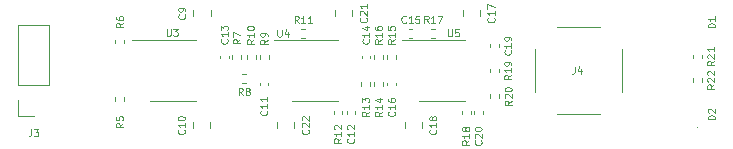
<source format=gbr>
%TF.GenerationSoftware,KiCad,Pcbnew,(5.1.8)-1*%
%TF.CreationDate,2021-10-07T20:49:06+08:00*%
%TF.ProjectId,Amplifier,416d706c-6966-4696-9572-2e6b69636164,rev?*%
%TF.SameCoordinates,Original*%
%TF.FileFunction,Legend,Top*%
%TF.FilePolarity,Positive*%
%FSLAX46Y46*%
G04 Gerber Fmt 4.6, Leading zero omitted, Abs format (unit mm)*
G04 Created by KiCad (PCBNEW (5.1.8)-1) date 2021-10-07 20:49:06*
%MOMM*%
%LPD*%
G01*
G04 APERTURE LIST*
%ADD10C,0.120000*%
%ADD11C,0.100000*%
G04 APERTURE END LIST*
D10*
%TO.C,R22*%
X129710000Y-100146359D02*
X129710000Y-100453641D01*
X130470000Y-100146359D02*
X130470000Y-100453641D01*
%TO.C,R21*%
X129710000Y-98151359D02*
X129710000Y-98458641D01*
X130470000Y-98151359D02*
X130470000Y-98458641D01*
D11*
%TO.C,D2*%
X130140000Y-104290000D02*
G75*
G03*
X130140000Y-104290000I-50000J0D01*
G01*
%TO.C,D1*%
X130140000Y-96490000D02*
G75*
G03*
X130140000Y-96490000I-50000J0D01*
G01*
%TO.C,R20*%
X112540000Y-101516359D02*
X112540000Y-101823641D01*
X113300000Y-101516359D02*
X113300000Y-101823641D01*
%TO.C,R19*%
X112520000Y-99346359D02*
X112520000Y-99653641D01*
X113280000Y-99346359D02*
X113280000Y-99653641D01*
%TO.C,R18*%
X110880000Y-103223641D02*
X110880000Y-102916359D01*
X110120000Y-103223641D02*
X110120000Y-102916359D01*
%TO.C,R17*%
X107556359Y-96740000D02*
X107863641Y-96740000D01*
X107556359Y-95980000D02*
X107863641Y-95980000D01*
%TO.C,R16*%
X103480000Y-98523641D02*
X103480000Y-98216359D01*
X102720000Y-98523641D02*
X102720000Y-98216359D01*
%TO.C,R15*%
X103820000Y-98216359D02*
X103820000Y-98523641D01*
X104580000Y-98216359D02*
X104580000Y-98523641D01*
%TO.C,R14*%
X103480000Y-100803641D02*
X103480000Y-100496359D01*
X102720000Y-100803641D02*
X102720000Y-100496359D01*
%TO.C,R13*%
X101620000Y-100496359D02*
X101620000Y-100803641D01*
X102380000Y-100496359D02*
X102380000Y-100803641D01*
%TO.C,R12*%
X100040000Y-103203641D02*
X100040000Y-102896359D01*
X99280000Y-103203641D02*
X99280000Y-102896359D01*
%TO.C,R11*%
X96556359Y-96760000D02*
X96863641Y-96760000D01*
X96556359Y-96000000D02*
X96863641Y-96000000D01*
%TO.C,R10*%
X92680000Y-98523641D02*
X92680000Y-98216359D01*
X91920000Y-98523641D02*
X91920000Y-98216359D01*
%TO.C,R9*%
X93020000Y-98216359D02*
X93020000Y-98523641D01*
X93780000Y-98216359D02*
X93780000Y-98523641D01*
%TO.C,R8*%
X91853641Y-99770000D02*
X91546359Y-99770000D01*
X91853641Y-100530000D02*
X91546359Y-100530000D01*
%TO.C,R7*%
X91480000Y-98523641D02*
X91480000Y-98216359D01*
X90720000Y-98523641D02*
X90720000Y-98216359D01*
%TO.C,R6*%
X80820000Y-96906359D02*
X80820000Y-97213641D01*
X81580000Y-96906359D02*
X81580000Y-97213641D01*
%TO.C,R5*%
X80820000Y-101746359D02*
X80820000Y-102053641D01*
X81580000Y-101746359D02*
X81580000Y-102053641D01*
%TO.C,C20*%
X111190000Y-102942164D02*
X111190000Y-103157836D01*
X111910000Y-102942164D02*
X111910000Y-103157836D01*
%TO.C,C19*%
X112540000Y-97292164D02*
X112540000Y-97507836D01*
X113260000Y-97292164D02*
X113260000Y-97507836D01*
%TO.C,C16*%
X103840000Y-100542164D02*
X103840000Y-100757836D01*
X104560000Y-100542164D02*
X104560000Y-100757836D01*
%TO.C,C15*%
X105682164Y-96720000D02*
X105897836Y-96720000D01*
X105682164Y-96000000D02*
X105897836Y-96000000D01*
%TO.C,C14*%
X101690000Y-98262164D02*
X101690000Y-98477836D01*
X102410000Y-98262164D02*
X102410000Y-98477836D01*
%TO.C,C13*%
X90400000Y-98477836D02*
X90400000Y-98262164D01*
X89680000Y-98477836D02*
X89680000Y-98262164D01*
%TO.C,C12*%
X100390000Y-102942164D02*
X100390000Y-103157836D01*
X101110000Y-102942164D02*
X101110000Y-103157836D01*
%TO.C,C11*%
X93040000Y-100542164D02*
X93040000Y-100757836D01*
X93760000Y-100542164D02*
X93760000Y-100757836D01*
%TO.C,C22*%
X94505000Y-103868748D02*
X94505000Y-104391252D01*
X95975000Y-103868748D02*
X95975000Y-104391252D01*
%TO.C,C21*%
X99415000Y-94398748D02*
X99415000Y-94921252D01*
X100885000Y-94398748D02*
X100885000Y-94921252D01*
%TO.C,C18*%
X105295000Y-103868748D02*
X105295000Y-104391252D01*
X106765000Y-103868748D02*
X106765000Y-104391252D01*
%TO.C,C17*%
X110225000Y-94398748D02*
X110225000Y-94921252D01*
X111695000Y-94398748D02*
X111695000Y-94921252D01*
%TO.C,C10*%
X88835000Y-104391252D02*
X88835000Y-103868748D01*
X87365000Y-104391252D02*
X87365000Y-103868748D01*
%TO.C,C9*%
X88885000Y-94921252D02*
X88885000Y-94398748D01*
X87415000Y-94921252D02*
X87415000Y-94398748D01*
%TO.C,U5*%
X108500000Y-96940000D02*
X105050000Y-96940000D01*
X108500000Y-96940000D02*
X110450000Y-96940000D01*
X108500000Y-102060000D02*
X106550000Y-102060000D01*
X108500000Y-102060000D02*
X110450000Y-102060000D01*
%TO.C,U4*%
X97700000Y-102060000D02*
X99650000Y-102060000D01*
X97700000Y-102060000D02*
X95750000Y-102060000D01*
X97700000Y-96940000D02*
X99650000Y-96940000D01*
X97700000Y-96940000D02*
X94250000Y-96940000D01*
%TO.C,J4*%
X116320000Y-97700000D02*
X116320000Y-101300000D01*
X123680000Y-97700000D02*
X123680000Y-101300000D01*
X118200000Y-103180000D02*
X121800000Y-103180000D01*
X118200000Y-95820000D02*
X121800000Y-95820000D01*
%TO.C,J3*%
X73900000Y-103355000D02*
X72570000Y-103355000D01*
X72570000Y-103355000D02*
X72570000Y-102025000D01*
X72570000Y-100755000D02*
X72570000Y-95615000D01*
X75230000Y-95615000D02*
X72570000Y-95615000D01*
X75230000Y-100755000D02*
X75230000Y-95615000D01*
X75230000Y-100755000D02*
X72570000Y-100755000D01*
%TO.C,U3*%
X85650000Y-96940000D02*
X82200000Y-96940000D01*
X85650000Y-96940000D02*
X87600000Y-96940000D01*
X85650000Y-102060000D02*
X83700000Y-102060000D01*
X85650000Y-102060000D02*
X87600000Y-102060000D01*
%TO.C,R22*%
X131531428Y-100685714D02*
X131245714Y-100885714D01*
X131531428Y-101028571D02*
X130931428Y-101028571D01*
X130931428Y-100800000D01*
X130960000Y-100742857D01*
X130988571Y-100714285D01*
X131045714Y-100685714D01*
X131131428Y-100685714D01*
X131188571Y-100714285D01*
X131217142Y-100742857D01*
X131245714Y-100800000D01*
X131245714Y-101028571D01*
X130988571Y-100457142D02*
X130960000Y-100428571D01*
X130931428Y-100371428D01*
X130931428Y-100228571D01*
X130960000Y-100171428D01*
X130988571Y-100142857D01*
X131045714Y-100114285D01*
X131102857Y-100114285D01*
X131188571Y-100142857D01*
X131531428Y-100485714D01*
X131531428Y-100114285D01*
X130988571Y-99885714D02*
X130960000Y-99857142D01*
X130931428Y-99800000D01*
X130931428Y-99657142D01*
X130960000Y-99600000D01*
X130988571Y-99571428D01*
X131045714Y-99542857D01*
X131102857Y-99542857D01*
X131188571Y-99571428D01*
X131531428Y-99914285D01*
X131531428Y-99542857D01*
%TO.C,R21*%
X131531428Y-98690714D02*
X131245714Y-98890714D01*
X131531428Y-99033571D02*
X130931428Y-99033571D01*
X130931428Y-98805000D01*
X130960000Y-98747857D01*
X130988571Y-98719285D01*
X131045714Y-98690714D01*
X131131428Y-98690714D01*
X131188571Y-98719285D01*
X131217142Y-98747857D01*
X131245714Y-98805000D01*
X131245714Y-99033571D01*
X130988571Y-98462142D02*
X130960000Y-98433571D01*
X130931428Y-98376428D01*
X130931428Y-98233571D01*
X130960000Y-98176428D01*
X130988571Y-98147857D01*
X131045714Y-98119285D01*
X131102857Y-98119285D01*
X131188571Y-98147857D01*
X131531428Y-98490714D01*
X131531428Y-98119285D01*
X131531428Y-97547857D02*
X131531428Y-97890714D01*
X131531428Y-97719285D02*
X130931428Y-97719285D01*
X131017142Y-97776428D01*
X131074285Y-97833571D01*
X131102857Y-97890714D01*
%TO.C,D2*%
X131571428Y-103642857D02*
X130971428Y-103642857D01*
X130971428Y-103500000D01*
X131000000Y-103414285D01*
X131057142Y-103357142D01*
X131114285Y-103328571D01*
X131228571Y-103300000D01*
X131314285Y-103300000D01*
X131428571Y-103328571D01*
X131485714Y-103357142D01*
X131542857Y-103414285D01*
X131571428Y-103500000D01*
X131571428Y-103642857D01*
X131028571Y-103071428D02*
X131000000Y-103042857D01*
X130971428Y-102985714D01*
X130971428Y-102842857D01*
X131000000Y-102785714D01*
X131028571Y-102757142D01*
X131085714Y-102728571D01*
X131142857Y-102728571D01*
X131228571Y-102757142D01*
X131571428Y-103100000D01*
X131571428Y-102728571D01*
%TO.C,D1*%
X131571428Y-95842857D02*
X130971428Y-95842857D01*
X130971428Y-95700000D01*
X131000000Y-95614285D01*
X131057142Y-95557142D01*
X131114285Y-95528571D01*
X131228571Y-95500000D01*
X131314285Y-95500000D01*
X131428571Y-95528571D01*
X131485714Y-95557142D01*
X131542857Y-95614285D01*
X131571428Y-95700000D01*
X131571428Y-95842857D01*
X131571428Y-94928571D02*
X131571428Y-95271428D01*
X131571428Y-95100000D02*
X130971428Y-95100000D01*
X131057142Y-95157142D01*
X131114285Y-95214285D01*
X131142857Y-95271428D01*
%TO.C,R20*%
X114361428Y-102055714D02*
X114075714Y-102255714D01*
X114361428Y-102398571D02*
X113761428Y-102398571D01*
X113761428Y-102170000D01*
X113790000Y-102112857D01*
X113818571Y-102084285D01*
X113875714Y-102055714D01*
X113961428Y-102055714D01*
X114018571Y-102084285D01*
X114047142Y-102112857D01*
X114075714Y-102170000D01*
X114075714Y-102398571D01*
X113818571Y-101827142D02*
X113790000Y-101798571D01*
X113761428Y-101741428D01*
X113761428Y-101598571D01*
X113790000Y-101541428D01*
X113818571Y-101512857D01*
X113875714Y-101484285D01*
X113932857Y-101484285D01*
X114018571Y-101512857D01*
X114361428Y-101855714D01*
X114361428Y-101484285D01*
X113761428Y-101112857D02*
X113761428Y-101055714D01*
X113790000Y-100998571D01*
X113818571Y-100970000D01*
X113875714Y-100941428D01*
X113990000Y-100912857D01*
X114132857Y-100912857D01*
X114247142Y-100941428D01*
X114304285Y-100970000D01*
X114332857Y-100998571D01*
X114361428Y-101055714D01*
X114361428Y-101112857D01*
X114332857Y-101170000D01*
X114304285Y-101198571D01*
X114247142Y-101227142D01*
X114132857Y-101255714D01*
X113990000Y-101255714D01*
X113875714Y-101227142D01*
X113818571Y-101198571D01*
X113790000Y-101170000D01*
X113761428Y-101112857D01*
%TO.C,R19*%
X114341428Y-99885714D02*
X114055714Y-100085714D01*
X114341428Y-100228571D02*
X113741428Y-100228571D01*
X113741428Y-100000000D01*
X113770000Y-99942857D01*
X113798571Y-99914285D01*
X113855714Y-99885714D01*
X113941428Y-99885714D01*
X113998571Y-99914285D01*
X114027142Y-99942857D01*
X114055714Y-100000000D01*
X114055714Y-100228571D01*
X114341428Y-99314285D02*
X114341428Y-99657142D01*
X114341428Y-99485714D02*
X113741428Y-99485714D01*
X113827142Y-99542857D01*
X113884285Y-99600000D01*
X113912857Y-99657142D01*
X114341428Y-99028571D02*
X114341428Y-98914285D01*
X114312857Y-98857142D01*
X114284285Y-98828571D01*
X114198571Y-98771428D01*
X114084285Y-98742857D01*
X113855714Y-98742857D01*
X113798571Y-98771428D01*
X113770000Y-98800000D01*
X113741428Y-98857142D01*
X113741428Y-98971428D01*
X113770000Y-99028571D01*
X113798571Y-99057142D01*
X113855714Y-99085714D01*
X113998571Y-99085714D01*
X114055714Y-99057142D01*
X114084285Y-99028571D01*
X114112857Y-98971428D01*
X114112857Y-98857142D01*
X114084285Y-98800000D01*
X114055714Y-98771428D01*
X113998571Y-98742857D01*
%TO.C,R18*%
X110771428Y-105425714D02*
X110485714Y-105625714D01*
X110771428Y-105768571D02*
X110171428Y-105768571D01*
X110171428Y-105540000D01*
X110200000Y-105482857D01*
X110228571Y-105454285D01*
X110285714Y-105425714D01*
X110371428Y-105425714D01*
X110428571Y-105454285D01*
X110457142Y-105482857D01*
X110485714Y-105540000D01*
X110485714Y-105768571D01*
X110771428Y-104854285D02*
X110771428Y-105197142D01*
X110771428Y-105025714D02*
X110171428Y-105025714D01*
X110257142Y-105082857D01*
X110314285Y-105140000D01*
X110342857Y-105197142D01*
X110428571Y-104511428D02*
X110400000Y-104568571D01*
X110371428Y-104597142D01*
X110314285Y-104625714D01*
X110285714Y-104625714D01*
X110228571Y-104597142D01*
X110200000Y-104568571D01*
X110171428Y-104511428D01*
X110171428Y-104397142D01*
X110200000Y-104340000D01*
X110228571Y-104311428D01*
X110285714Y-104282857D01*
X110314285Y-104282857D01*
X110371428Y-104311428D01*
X110400000Y-104340000D01*
X110428571Y-104397142D01*
X110428571Y-104511428D01*
X110457142Y-104568571D01*
X110485714Y-104597142D01*
X110542857Y-104625714D01*
X110657142Y-104625714D01*
X110714285Y-104597142D01*
X110742857Y-104568571D01*
X110771428Y-104511428D01*
X110771428Y-104397142D01*
X110742857Y-104340000D01*
X110714285Y-104311428D01*
X110657142Y-104282857D01*
X110542857Y-104282857D01*
X110485714Y-104311428D01*
X110457142Y-104340000D01*
X110428571Y-104397142D01*
%TO.C,R17*%
X107324285Y-95461428D02*
X107124285Y-95175714D01*
X106981428Y-95461428D02*
X106981428Y-94861428D01*
X107210000Y-94861428D01*
X107267142Y-94890000D01*
X107295714Y-94918571D01*
X107324285Y-94975714D01*
X107324285Y-95061428D01*
X107295714Y-95118571D01*
X107267142Y-95147142D01*
X107210000Y-95175714D01*
X106981428Y-95175714D01*
X107895714Y-95461428D02*
X107552857Y-95461428D01*
X107724285Y-95461428D02*
X107724285Y-94861428D01*
X107667142Y-94947142D01*
X107610000Y-95004285D01*
X107552857Y-95032857D01*
X108095714Y-94861428D02*
X108495714Y-94861428D01*
X108238571Y-95461428D01*
%TO.C,R16*%
X103371428Y-96875714D02*
X103085714Y-97075714D01*
X103371428Y-97218571D02*
X102771428Y-97218571D01*
X102771428Y-96990000D01*
X102800000Y-96932857D01*
X102828571Y-96904285D01*
X102885714Y-96875714D01*
X102971428Y-96875714D01*
X103028571Y-96904285D01*
X103057142Y-96932857D01*
X103085714Y-96990000D01*
X103085714Y-97218571D01*
X103371428Y-96304285D02*
X103371428Y-96647142D01*
X103371428Y-96475714D02*
X102771428Y-96475714D01*
X102857142Y-96532857D01*
X102914285Y-96590000D01*
X102942857Y-96647142D01*
X102771428Y-95790000D02*
X102771428Y-95904285D01*
X102800000Y-95961428D01*
X102828571Y-95990000D01*
X102914285Y-96047142D01*
X103028571Y-96075714D01*
X103257142Y-96075714D01*
X103314285Y-96047142D01*
X103342857Y-96018571D01*
X103371428Y-95961428D01*
X103371428Y-95847142D01*
X103342857Y-95790000D01*
X103314285Y-95761428D01*
X103257142Y-95732857D01*
X103114285Y-95732857D01*
X103057142Y-95761428D01*
X103028571Y-95790000D01*
X103000000Y-95847142D01*
X103000000Y-95961428D01*
X103028571Y-96018571D01*
X103057142Y-96047142D01*
X103114285Y-96075714D01*
%TO.C,R15*%
X104471428Y-96875714D02*
X104185714Y-97075714D01*
X104471428Y-97218571D02*
X103871428Y-97218571D01*
X103871428Y-96990000D01*
X103900000Y-96932857D01*
X103928571Y-96904285D01*
X103985714Y-96875714D01*
X104071428Y-96875714D01*
X104128571Y-96904285D01*
X104157142Y-96932857D01*
X104185714Y-96990000D01*
X104185714Y-97218571D01*
X104471428Y-96304285D02*
X104471428Y-96647142D01*
X104471428Y-96475714D02*
X103871428Y-96475714D01*
X103957142Y-96532857D01*
X104014285Y-96590000D01*
X104042857Y-96647142D01*
X103871428Y-95761428D02*
X103871428Y-96047142D01*
X104157142Y-96075714D01*
X104128571Y-96047142D01*
X104100000Y-95990000D01*
X104100000Y-95847142D01*
X104128571Y-95790000D01*
X104157142Y-95761428D01*
X104214285Y-95732857D01*
X104357142Y-95732857D01*
X104414285Y-95761428D01*
X104442857Y-95790000D01*
X104471428Y-95847142D01*
X104471428Y-95990000D01*
X104442857Y-96047142D01*
X104414285Y-96075714D01*
%TO.C,R14*%
X103391428Y-102975714D02*
X103105714Y-103175714D01*
X103391428Y-103318571D02*
X102791428Y-103318571D01*
X102791428Y-103090000D01*
X102820000Y-103032857D01*
X102848571Y-103004285D01*
X102905714Y-102975714D01*
X102991428Y-102975714D01*
X103048571Y-103004285D01*
X103077142Y-103032857D01*
X103105714Y-103090000D01*
X103105714Y-103318571D01*
X103391428Y-102404285D02*
X103391428Y-102747142D01*
X103391428Y-102575714D02*
X102791428Y-102575714D01*
X102877142Y-102632857D01*
X102934285Y-102690000D01*
X102962857Y-102747142D01*
X102991428Y-101890000D02*
X103391428Y-101890000D01*
X102762857Y-102032857D02*
X103191428Y-102175714D01*
X103191428Y-101804285D01*
%TO.C,R13*%
X102281428Y-102975714D02*
X101995714Y-103175714D01*
X102281428Y-103318571D02*
X101681428Y-103318571D01*
X101681428Y-103090000D01*
X101710000Y-103032857D01*
X101738571Y-103004285D01*
X101795714Y-102975714D01*
X101881428Y-102975714D01*
X101938571Y-103004285D01*
X101967142Y-103032857D01*
X101995714Y-103090000D01*
X101995714Y-103318571D01*
X102281428Y-102404285D02*
X102281428Y-102747142D01*
X102281428Y-102575714D02*
X101681428Y-102575714D01*
X101767142Y-102632857D01*
X101824285Y-102690000D01*
X101852857Y-102747142D01*
X101681428Y-102204285D02*
X101681428Y-101832857D01*
X101910000Y-102032857D01*
X101910000Y-101947142D01*
X101938571Y-101890000D01*
X101967142Y-101861428D01*
X102024285Y-101832857D01*
X102167142Y-101832857D01*
X102224285Y-101861428D01*
X102252857Y-101890000D01*
X102281428Y-101947142D01*
X102281428Y-102118571D01*
X102252857Y-102175714D01*
X102224285Y-102204285D01*
%TO.C,R12*%
X99931428Y-105255714D02*
X99645714Y-105455714D01*
X99931428Y-105598571D02*
X99331428Y-105598571D01*
X99331428Y-105370000D01*
X99360000Y-105312857D01*
X99388571Y-105284285D01*
X99445714Y-105255714D01*
X99531428Y-105255714D01*
X99588571Y-105284285D01*
X99617142Y-105312857D01*
X99645714Y-105370000D01*
X99645714Y-105598571D01*
X99931428Y-104684285D02*
X99931428Y-105027142D01*
X99931428Y-104855714D02*
X99331428Y-104855714D01*
X99417142Y-104912857D01*
X99474285Y-104970000D01*
X99502857Y-105027142D01*
X99388571Y-104455714D02*
X99360000Y-104427142D01*
X99331428Y-104370000D01*
X99331428Y-104227142D01*
X99360000Y-104170000D01*
X99388571Y-104141428D01*
X99445714Y-104112857D01*
X99502857Y-104112857D01*
X99588571Y-104141428D01*
X99931428Y-104484285D01*
X99931428Y-104112857D01*
%TO.C,R11*%
X96324285Y-95481428D02*
X96124285Y-95195714D01*
X95981428Y-95481428D02*
X95981428Y-94881428D01*
X96210000Y-94881428D01*
X96267142Y-94910000D01*
X96295714Y-94938571D01*
X96324285Y-94995714D01*
X96324285Y-95081428D01*
X96295714Y-95138571D01*
X96267142Y-95167142D01*
X96210000Y-95195714D01*
X95981428Y-95195714D01*
X96895714Y-95481428D02*
X96552857Y-95481428D01*
X96724285Y-95481428D02*
X96724285Y-94881428D01*
X96667142Y-94967142D01*
X96610000Y-95024285D01*
X96552857Y-95052857D01*
X97467142Y-95481428D02*
X97124285Y-95481428D01*
X97295714Y-95481428D02*
X97295714Y-94881428D01*
X97238571Y-94967142D01*
X97181428Y-95024285D01*
X97124285Y-95052857D01*
%TO.C,R10*%
X92561428Y-96875714D02*
X92275714Y-97075714D01*
X92561428Y-97218571D02*
X91961428Y-97218571D01*
X91961428Y-96990000D01*
X91990000Y-96932857D01*
X92018571Y-96904285D01*
X92075714Y-96875714D01*
X92161428Y-96875714D01*
X92218571Y-96904285D01*
X92247142Y-96932857D01*
X92275714Y-96990000D01*
X92275714Y-97218571D01*
X92561428Y-96304285D02*
X92561428Y-96647142D01*
X92561428Y-96475714D02*
X91961428Y-96475714D01*
X92047142Y-96532857D01*
X92104285Y-96590000D01*
X92132857Y-96647142D01*
X91961428Y-95932857D02*
X91961428Y-95875714D01*
X91990000Y-95818571D01*
X92018571Y-95790000D01*
X92075714Y-95761428D01*
X92190000Y-95732857D01*
X92332857Y-95732857D01*
X92447142Y-95761428D01*
X92504285Y-95790000D01*
X92532857Y-95818571D01*
X92561428Y-95875714D01*
X92561428Y-95932857D01*
X92532857Y-95990000D01*
X92504285Y-96018571D01*
X92447142Y-96047142D01*
X92332857Y-96075714D01*
X92190000Y-96075714D01*
X92075714Y-96047142D01*
X92018571Y-96018571D01*
X91990000Y-95990000D01*
X91961428Y-95932857D01*
%TO.C,R9*%
X93691428Y-96880000D02*
X93405714Y-97080000D01*
X93691428Y-97222857D02*
X93091428Y-97222857D01*
X93091428Y-96994285D01*
X93120000Y-96937142D01*
X93148571Y-96908571D01*
X93205714Y-96880000D01*
X93291428Y-96880000D01*
X93348571Y-96908571D01*
X93377142Y-96937142D01*
X93405714Y-96994285D01*
X93405714Y-97222857D01*
X93691428Y-96594285D02*
X93691428Y-96480000D01*
X93662857Y-96422857D01*
X93634285Y-96394285D01*
X93548571Y-96337142D01*
X93434285Y-96308571D01*
X93205714Y-96308571D01*
X93148571Y-96337142D01*
X93120000Y-96365714D01*
X93091428Y-96422857D01*
X93091428Y-96537142D01*
X93120000Y-96594285D01*
X93148571Y-96622857D01*
X93205714Y-96651428D01*
X93348571Y-96651428D01*
X93405714Y-96622857D01*
X93434285Y-96594285D01*
X93462857Y-96537142D01*
X93462857Y-96422857D01*
X93434285Y-96365714D01*
X93405714Y-96337142D01*
X93348571Y-96308571D01*
%TO.C,R8*%
X91600000Y-101591428D02*
X91400000Y-101305714D01*
X91257142Y-101591428D02*
X91257142Y-100991428D01*
X91485714Y-100991428D01*
X91542857Y-101020000D01*
X91571428Y-101048571D01*
X91600000Y-101105714D01*
X91600000Y-101191428D01*
X91571428Y-101248571D01*
X91542857Y-101277142D01*
X91485714Y-101305714D01*
X91257142Y-101305714D01*
X91942857Y-101248571D02*
X91885714Y-101220000D01*
X91857142Y-101191428D01*
X91828571Y-101134285D01*
X91828571Y-101105714D01*
X91857142Y-101048571D01*
X91885714Y-101020000D01*
X91942857Y-100991428D01*
X92057142Y-100991428D01*
X92114285Y-101020000D01*
X92142857Y-101048571D01*
X92171428Y-101105714D01*
X92171428Y-101134285D01*
X92142857Y-101191428D01*
X92114285Y-101220000D01*
X92057142Y-101248571D01*
X91942857Y-101248571D01*
X91885714Y-101277142D01*
X91857142Y-101305714D01*
X91828571Y-101362857D01*
X91828571Y-101477142D01*
X91857142Y-101534285D01*
X91885714Y-101562857D01*
X91942857Y-101591428D01*
X92057142Y-101591428D01*
X92114285Y-101562857D01*
X92142857Y-101534285D01*
X92171428Y-101477142D01*
X92171428Y-101362857D01*
X92142857Y-101305714D01*
X92114285Y-101277142D01*
X92057142Y-101248571D01*
%TO.C,R7*%
X91381428Y-96850000D02*
X91095714Y-97050000D01*
X91381428Y-97192857D02*
X90781428Y-97192857D01*
X90781428Y-96964285D01*
X90810000Y-96907142D01*
X90838571Y-96878571D01*
X90895714Y-96850000D01*
X90981428Y-96850000D01*
X91038571Y-96878571D01*
X91067142Y-96907142D01*
X91095714Y-96964285D01*
X91095714Y-97192857D01*
X90781428Y-96650000D02*
X90781428Y-96250000D01*
X91381428Y-96507142D01*
%TO.C,R6*%
X81471428Y-95490000D02*
X81185714Y-95690000D01*
X81471428Y-95832857D02*
X80871428Y-95832857D01*
X80871428Y-95604285D01*
X80900000Y-95547142D01*
X80928571Y-95518571D01*
X80985714Y-95490000D01*
X81071428Y-95490000D01*
X81128571Y-95518571D01*
X81157142Y-95547142D01*
X81185714Y-95604285D01*
X81185714Y-95832857D01*
X80871428Y-94975714D02*
X80871428Y-95090000D01*
X80900000Y-95147142D01*
X80928571Y-95175714D01*
X81014285Y-95232857D01*
X81128571Y-95261428D01*
X81357142Y-95261428D01*
X81414285Y-95232857D01*
X81442857Y-95204285D01*
X81471428Y-95147142D01*
X81471428Y-95032857D01*
X81442857Y-94975714D01*
X81414285Y-94947142D01*
X81357142Y-94918571D01*
X81214285Y-94918571D01*
X81157142Y-94947142D01*
X81128571Y-94975714D01*
X81100000Y-95032857D01*
X81100000Y-95147142D01*
X81128571Y-95204285D01*
X81157142Y-95232857D01*
X81214285Y-95261428D01*
%TO.C,R5*%
X81451428Y-103960000D02*
X81165714Y-104160000D01*
X81451428Y-104302857D02*
X80851428Y-104302857D01*
X80851428Y-104074285D01*
X80880000Y-104017142D01*
X80908571Y-103988571D01*
X80965714Y-103960000D01*
X81051428Y-103960000D01*
X81108571Y-103988571D01*
X81137142Y-104017142D01*
X81165714Y-104074285D01*
X81165714Y-104302857D01*
X80851428Y-103417142D02*
X80851428Y-103702857D01*
X81137142Y-103731428D01*
X81108571Y-103702857D01*
X81080000Y-103645714D01*
X81080000Y-103502857D01*
X81108571Y-103445714D01*
X81137142Y-103417142D01*
X81194285Y-103388571D01*
X81337142Y-103388571D01*
X81394285Y-103417142D01*
X81422857Y-103445714D01*
X81451428Y-103502857D01*
X81451428Y-103645714D01*
X81422857Y-103702857D01*
X81394285Y-103731428D01*
%TO.C,C20*%
X111764285Y-105425714D02*
X111792857Y-105454285D01*
X111821428Y-105540000D01*
X111821428Y-105597142D01*
X111792857Y-105682857D01*
X111735714Y-105740000D01*
X111678571Y-105768571D01*
X111564285Y-105797142D01*
X111478571Y-105797142D01*
X111364285Y-105768571D01*
X111307142Y-105740000D01*
X111250000Y-105682857D01*
X111221428Y-105597142D01*
X111221428Y-105540000D01*
X111250000Y-105454285D01*
X111278571Y-105425714D01*
X111278571Y-105197142D02*
X111250000Y-105168571D01*
X111221428Y-105111428D01*
X111221428Y-104968571D01*
X111250000Y-104911428D01*
X111278571Y-104882857D01*
X111335714Y-104854285D01*
X111392857Y-104854285D01*
X111478571Y-104882857D01*
X111821428Y-105225714D01*
X111821428Y-104854285D01*
X111221428Y-104482857D02*
X111221428Y-104425714D01*
X111250000Y-104368571D01*
X111278571Y-104340000D01*
X111335714Y-104311428D01*
X111450000Y-104282857D01*
X111592857Y-104282857D01*
X111707142Y-104311428D01*
X111764285Y-104340000D01*
X111792857Y-104368571D01*
X111821428Y-104425714D01*
X111821428Y-104482857D01*
X111792857Y-104540000D01*
X111764285Y-104568571D01*
X111707142Y-104597142D01*
X111592857Y-104625714D01*
X111450000Y-104625714D01*
X111335714Y-104597142D01*
X111278571Y-104568571D01*
X111250000Y-104540000D01*
X111221428Y-104482857D01*
%TO.C,C19*%
X114274285Y-97785714D02*
X114302857Y-97814285D01*
X114331428Y-97900000D01*
X114331428Y-97957142D01*
X114302857Y-98042857D01*
X114245714Y-98100000D01*
X114188571Y-98128571D01*
X114074285Y-98157142D01*
X113988571Y-98157142D01*
X113874285Y-98128571D01*
X113817142Y-98100000D01*
X113760000Y-98042857D01*
X113731428Y-97957142D01*
X113731428Y-97900000D01*
X113760000Y-97814285D01*
X113788571Y-97785714D01*
X114331428Y-97214285D02*
X114331428Y-97557142D01*
X114331428Y-97385714D02*
X113731428Y-97385714D01*
X113817142Y-97442857D01*
X113874285Y-97500000D01*
X113902857Y-97557142D01*
X114331428Y-96928571D02*
X114331428Y-96814285D01*
X114302857Y-96757142D01*
X114274285Y-96728571D01*
X114188571Y-96671428D01*
X114074285Y-96642857D01*
X113845714Y-96642857D01*
X113788571Y-96671428D01*
X113760000Y-96700000D01*
X113731428Y-96757142D01*
X113731428Y-96871428D01*
X113760000Y-96928571D01*
X113788571Y-96957142D01*
X113845714Y-96985714D01*
X113988571Y-96985714D01*
X114045714Y-96957142D01*
X114074285Y-96928571D01*
X114102857Y-96871428D01*
X114102857Y-96757142D01*
X114074285Y-96700000D01*
X114045714Y-96671428D01*
X113988571Y-96642857D01*
%TO.C,C16*%
X104424285Y-102975714D02*
X104452857Y-103004285D01*
X104481428Y-103090000D01*
X104481428Y-103147142D01*
X104452857Y-103232857D01*
X104395714Y-103290000D01*
X104338571Y-103318571D01*
X104224285Y-103347142D01*
X104138571Y-103347142D01*
X104024285Y-103318571D01*
X103967142Y-103290000D01*
X103910000Y-103232857D01*
X103881428Y-103147142D01*
X103881428Y-103090000D01*
X103910000Y-103004285D01*
X103938571Y-102975714D01*
X104481428Y-102404285D02*
X104481428Y-102747142D01*
X104481428Y-102575714D02*
X103881428Y-102575714D01*
X103967142Y-102632857D01*
X104024285Y-102690000D01*
X104052857Y-102747142D01*
X103881428Y-101890000D02*
X103881428Y-102004285D01*
X103910000Y-102061428D01*
X103938571Y-102090000D01*
X104024285Y-102147142D01*
X104138571Y-102175714D01*
X104367142Y-102175714D01*
X104424285Y-102147142D01*
X104452857Y-102118571D01*
X104481428Y-102061428D01*
X104481428Y-101947142D01*
X104452857Y-101890000D01*
X104424285Y-101861428D01*
X104367142Y-101832857D01*
X104224285Y-101832857D01*
X104167142Y-101861428D01*
X104138571Y-101890000D01*
X104110000Y-101947142D01*
X104110000Y-102061428D01*
X104138571Y-102118571D01*
X104167142Y-102147142D01*
X104224285Y-102175714D01*
%TO.C,C15*%
X105404285Y-95414285D02*
X105375714Y-95442857D01*
X105290000Y-95471428D01*
X105232857Y-95471428D01*
X105147142Y-95442857D01*
X105090000Y-95385714D01*
X105061428Y-95328571D01*
X105032857Y-95214285D01*
X105032857Y-95128571D01*
X105061428Y-95014285D01*
X105090000Y-94957142D01*
X105147142Y-94900000D01*
X105232857Y-94871428D01*
X105290000Y-94871428D01*
X105375714Y-94900000D01*
X105404285Y-94928571D01*
X105975714Y-95471428D02*
X105632857Y-95471428D01*
X105804285Y-95471428D02*
X105804285Y-94871428D01*
X105747142Y-94957142D01*
X105690000Y-95014285D01*
X105632857Y-95042857D01*
X106518571Y-94871428D02*
X106232857Y-94871428D01*
X106204285Y-95157142D01*
X106232857Y-95128571D01*
X106290000Y-95100000D01*
X106432857Y-95100000D01*
X106490000Y-95128571D01*
X106518571Y-95157142D01*
X106547142Y-95214285D01*
X106547142Y-95357142D01*
X106518571Y-95414285D01*
X106490000Y-95442857D01*
X106432857Y-95471428D01*
X106290000Y-95471428D01*
X106232857Y-95442857D01*
X106204285Y-95414285D01*
%TO.C,C14*%
X102264285Y-96865714D02*
X102292857Y-96894285D01*
X102321428Y-96980000D01*
X102321428Y-97037142D01*
X102292857Y-97122857D01*
X102235714Y-97180000D01*
X102178571Y-97208571D01*
X102064285Y-97237142D01*
X101978571Y-97237142D01*
X101864285Y-97208571D01*
X101807142Y-97180000D01*
X101750000Y-97122857D01*
X101721428Y-97037142D01*
X101721428Y-96980000D01*
X101750000Y-96894285D01*
X101778571Y-96865714D01*
X102321428Y-96294285D02*
X102321428Y-96637142D01*
X102321428Y-96465714D02*
X101721428Y-96465714D01*
X101807142Y-96522857D01*
X101864285Y-96580000D01*
X101892857Y-96637142D01*
X101921428Y-95780000D02*
X102321428Y-95780000D01*
X101692857Y-95922857D02*
X102121428Y-96065714D01*
X102121428Y-95694285D01*
%TO.C,C13*%
X90274285Y-96845714D02*
X90302857Y-96874285D01*
X90331428Y-96960000D01*
X90331428Y-97017142D01*
X90302857Y-97102857D01*
X90245714Y-97160000D01*
X90188571Y-97188571D01*
X90074285Y-97217142D01*
X89988571Y-97217142D01*
X89874285Y-97188571D01*
X89817142Y-97160000D01*
X89760000Y-97102857D01*
X89731428Y-97017142D01*
X89731428Y-96960000D01*
X89760000Y-96874285D01*
X89788571Y-96845714D01*
X90331428Y-96274285D02*
X90331428Y-96617142D01*
X90331428Y-96445714D02*
X89731428Y-96445714D01*
X89817142Y-96502857D01*
X89874285Y-96560000D01*
X89902857Y-96617142D01*
X89731428Y-96074285D02*
X89731428Y-95702857D01*
X89960000Y-95902857D01*
X89960000Y-95817142D01*
X89988571Y-95760000D01*
X90017142Y-95731428D01*
X90074285Y-95702857D01*
X90217142Y-95702857D01*
X90274285Y-95731428D01*
X90302857Y-95760000D01*
X90331428Y-95817142D01*
X90331428Y-95988571D01*
X90302857Y-96045714D01*
X90274285Y-96074285D01*
%TO.C,C12*%
X100974285Y-105265714D02*
X101002857Y-105294285D01*
X101031428Y-105380000D01*
X101031428Y-105437142D01*
X101002857Y-105522857D01*
X100945714Y-105580000D01*
X100888571Y-105608571D01*
X100774285Y-105637142D01*
X100688571Y-105637142D01*
X100574285Y-105608571D01*
X100517142Y-105580000D01*
X100460000Y-105522857D01*
X100431428Y-105437142D01*
X100431428Y-105380000D01*
X100460000Y-105294285D01*
X100488571Y-105265714D01*
X101031428Y-104694285D02*
X101031428Y-105037142D01*
X101031428Y-104865714D02*
X100431428Y-104865714D01*
X100517142Y-104922857D01*
X100574285Y-104980000D01*
X100602857Y-105037142D01*
X100488571Y-104465714D02*
X100460000Y-104437142D01*
X100431428Y-104380000D01*
X100431428Y-104237142D01*
X100460000Y-104180000D01*
X100488571Y-104151428D01*
X100545714Y-104122857D01*
X100602857Y-104122857D01*
X100688571Y-104151428D01*
X101031428Y-104494285D01*
X101031428Y-104122857D01*
%TO.C,C11*%
X93614285Y-102905714D02*
X93642857Y-102934285D01*
X93671428Y-103020000D01*
X93671428Y-103077142D01*
X93642857Y-103162857D01*
X93585714Y-103220000D01*
X93528571Y-103248571D01*
X93414285Y-103277142D01*
X93328571Y-103277142D01*
X93214285Y-103248571D01*
X93157142Y-103220000D01*
X93100000Y-103162857D01*
X93071428Y-103077142D01*
X93071428Y-103020000D01*
X93100000Y-102934285D01*
X93128571Y-102905714D01*
X93671428Y-102334285D02*
X93671428Y-102677142D01*
X93671428Y-102505714D02*
X93071428Y-102505714D01*
X93157142Y-102562857D01*
X93214285Y-102620000D01*
X93242857Y-102677142D01*
X93671428Y-101762857D02*
X93671428Y-102105714D01*
X93671428Y-101934285D02*
X93071428Y-101934285D01*
X93157142Y-101991428D01*
X93214285Y-102048571D01*
X93242857Y-102105714D01*
%TO.C,C22*%
X97134285Y-104515714D02*
X97162857Y-104544285D01*
X97191428Y-104630000D01*
X97191428Y-104687142D01*
X97162857Y-104772857D01*
X97105714Y-104830000D01*
X97048571Y-104858571D01*
X96934285Y-104887142D01*
X96848571Y-104887142D01*
X96734285Y-104858571D01*
X96677142Y-104830000D01*
X96620000Y-104772857D01*
X96591428Y-104687142D01*
X96591428Y-104630000D01*
X96620000Y-104544285D01*
X96648571Y-104515714D01*
X96648571Y-104287142D02*
X96620000Y-104258571D01*
X96591428Y-104201428D01*
X96591428Y-104058571D01*
X96620000Y-104001428D01*
X96648571Y-103972857D01*
X96705714Y-103944285D01*
X96762857Y-103944285D01*
X96848571Y-103972857D01*
X97191428Y-104315714D01*
X97191428Y-103944285D01*
X96648571Y-103715714D02*
X96620000Y-103687142D01*
X96591428Y-103630000D01*
X96591428Y-103487142D01*
X96620000Y-103430000D01*
X96648571Y-103401428D01*
X96705714Y-103372857D01*
X96762857Y-103372857D01*
X96848571Y-103401428D01*
X97191428Y-103744285D01*
X97191428Y-103372857D01*
%TO.C,C21*%
X102044285Y-95045714D02*
X102072857Y-95074285D01*
X102101428Y-95160000D01*
X102101428Y-95217142D01*
X102072857Y-95302857D01*
X102015714Y-95360000D01*
X101958571Y-95388571D01*
X101844285Y-95417142D01*
X101758571Y-95417142D01*
X101644285Y-95388571D01*
X101587142Y-95360000D01*
X101530000Y-95302857D01*
X101501428Y-95217142D01*
X101501428Y-95160000D01*
X101530000Y-95074285D01*
X101558571Y-95045714D01*
X101558571Y-94817142D02*
X101530000Y-94788571D01*
X101501428Y-94731428D01*
X101501428Y-94588571D01*
X101530000Y-94531428D01*
X101558571Y-94502857D01*
X101615714Y-94474285D01*
X101672857Y-94474285D01*
X101758571Y-94502857D01*
X102101428Y-94845714D01*
X102101428Y-94474285D01*
X102101428Y-93902857D02*
X102101428Y-94245714D01*
X102101428Y-94074285D02*
X101501428Y-94074285D01*
X101587142Y-94131428D01*
X101644285Y-94188571D01*
X101672857Y-94245714D01*
%TO.C,C18*%
X107924285Y-104515714D02*
X107952857Y-104544285D01*
X107981428Y-104630000D01*
X107981428Y-104687142D01*
X107952857Y-104772857D01*
X107895714Y-104830000D01*
X107838571Y-104858571D01*
X107724285Y-104887142D01*
X107638571Y-104887142D01*
X107524285Y-104858571D01*
X107467142Y-104830000D01*
X107410000Y-104772857D01*
X107381428Y-104687142D01*
X107381428Y-104630000D01*
X107410000Y-104544285D01*
X107438571Y-104515714D01*
X107981428Y-103944285D02*
X107981428Y-104287142D01*
X107981428Y-104115714D02*
X107381428Y-104115714D01*
X107467142Y-104172857D01*
X107524285Y-104230000D01*
X107552857Y-104287142D01*
X107638571Y-103601428D02*
X107610000Y-103658571D01*
X107581428Y-103687142D01*
X107524285Y-103715714D01*
X107495714Y-103715714D01*
X107438571Y-103687142D01*
X107410000Y-103658571D01*
X107381428Y-103601428D01*
X107381428Y-103487142D01*
X107410000Y-103430000D01*
X107438571Y-103401428D01*
X107495714Y-103372857D01*
X107524285Y-103372857D01*
X107581428Y-103401428D01*
X107610000Y-103430000D01*
X107638571Y-103487142D01*
X107638571Y-103601428D01*
X107667142Y-103658571D01*
X107695714Y-103687142D01*
X107752857Y-103715714D01*
X107867142Y-103715714D01*
X107924285Y-103687142D01*
X107952857Y-103658571D01*
X107981428Y-103601428D01*
X107981428Y-103487142D01*
X107952857Y-103430000D01*
X107924285Y-103401428D01*
X107867142Y-103372857D01*
X107752857Y-103372857D01*
X107695714Y-103401428D01*
X107667142Y-103430000D01*
X107638571Y-103487142D01*
%TO.C,C17*%
X112854285Y-95045714D02*
X112882857Y-95074285D01*
X112911428Y-95160000D01*
X112911428Y-95217142D01*
X112882857Y-95302857D01*
X112825714Y-95360000D01*
X112768571Y-95388571D01*
X112654285Y-95417142D01*
X112568571Y-95417142D01*
X112454285Y-95388571D01*
X112397142Y-95360000D01*
X112340000Y-95302857D01*
X112311428Y-95217142D01*
X112311428Y-95160000D01*
X112340000Y-95074285D01*
X112368571Y-95045714D01*
X112911428Y-94474285D02*
X112911428Y-94817142D01*
X112911428Y-94645714D02*
X112311428Y-94645714D01*
X112397142Y-94702857D01*
X112454285Y-94760000D01*
X112482857Y-94817142D01*
X112311428Y-94274285D02*
X112311428Y-93874285D01*
X112911428Y-94131428D01*
%TO.C,C10*%
X86634285Y-104515714D02*
X86662857Y-104544285D01*
X86691428Y-104630000D01*
X86691428Y-104687142D01*
X86662857Y-104772857D01*
X86605714Y-104830000D01*
X86548571Y-104858571D01*
X86434285Y-104887142D01*
X86348571Y-104887142D01*
X86234285Y-104858571D01*
X86177142Y-104830000D01*
X86120000Y-104772857D01*
X86091428Y-104687142D01*
X86091428Y-104630000D01*
X86120000Y-104544285D01*
X86148571Y-104515714D01*
X86691428Y-103944285D02*
X86691428Y-104287142D01*
X86691428Y-104115714D02*
X86091428Y-104115714D01*
X86177142Y-104172857D01*
X86234285Y-104230000D01*
X86262857Y-104287142D01*
X86091428Y-103572857D02*
X86091428Y-103515714D01*
X86120000Y-103458571D01*
X86148571Y-103430000D01*
X86205714Y-103401428D01*
X86320000Y-103372857D01*
X86462857Y-103372857D01*
X86577142Y-103401428D01*
X86634285Y-103430000D01*
X86662857Y-103458571D01*
X86691428Y-103515714D01*
X86691428Y-103572857D01*
X86662857Y-103630000D01*
X86634285Y-103658571D01*
X86577142Y-103687142D01*
X86462857Y-103715714D01*
X86320000Y-103715714D01*
X86205714Y-103687142D01*
X86148571Y-103658571D01*
X86120000Y-103630000D01*
X86091428Y-103572857D01*
%TO.C,C9*%
X86684285Y-94760000D02*
X86712857Y-94788571D01*
X86741428Y-94874285D01*
X86741428Y-94931428D01*
X86712857Y-95017142D01*
X86655714Y-95074285D01*
X86598571Y-95102857D01*
X86484285Y-95131428D01*
X86398571Y-95131428D01*
X86284285Y-95102857D01*
X86227142Y-95074285D01*
X86170000Y-95017142D01*
X86141428Y-94931428D01*
X86141428Y-94874285D01*
X86170000Y-94788571D01*
X86198571Y-94760000D01*
X86741428Y-94474285D02*
X86741428Y-94360000D01*
X86712857Y-94302857D01*
X86684285Y-94274285D01*
X86598571Y-94217142D01*
X86484285Y-94188571D01*
X86255714Y-94188571D01*
X86198571Y-94217142D01*
X86170000Y-94245714D01*
X86141428Y-94302857D01*
X86141428Y-94417142D01*
X86170000Y-94474285D01*
X86198571Y-94502857D01*
X86255714Y-94531428D01*
X86398571Y-94531428D01*
X86455714Y-94502857D01*
X86484285Y-94474285D01*
X86512857Y-94417142D01*
X86512857Y-94302857D01*
X86484285Y-94245714D01*
X86455714Y-94217142D01*
X86398571Y-94188571D01*
%TO.C,U5*%
X108962857Y-96011428D02*
X108962857Y-96497142D01*
X108991428Y-96554285D01*
X109020000Y-96582857D01*
X109077142Y-96611428D01*
X109191428Y-96611428D01*
X109248571Y-96582857D01*
X109277142Y-96554285D01*
X109305714Y-96497142D01*
X109305714Y-96011428D01*
X109877142Y-96011428D02*
X109591428Y-96011428D01*
X109562857Y-96297142D01*
X109591428Y-96268571D01*
X109648571Y-96240000D01*
X109791428Y-96240000D01*
X109848571Y-96268571D01*
X109877142Y-96297142D01*
X109905714Y-96354285D01*
X109905714Y-96497142D01*
X109877142Y-96554285D01*
X109848571Y-96582857D01*
X109791428Y-96611428D01*
X109648571Y-96611428D01*
X109591428Y-96582857D01*
X109562857Y-96554285D01*
%TO.C,U4*%
X94532857Y-96051428D02*
X94532857Y-96537142D01*
X94561428Y-96594285D01*
X94590000Y-96622857D01*
X94647142Y-96651428D01*
X94761428Y-96651428D01*
X94818571Y-96622857D01*
X94847142Y-96594285D01*
X94875714Y-96537142D01*
X94875714Y-96051428D01*
X95418571Y-96251428D02*
X95418571Y-96651428D01*
X95275714Y-96022857D02*
X95132857Y-96451428D01*
X95504285Y-96451428D01*
%TO.C,J4*%
X119700000Y-99171428D02*
X119700000Y-99600000D01*
X119671428Y-99685714D01*
X119614285Y-99742857D01*
X119528571Y-99771428D01*
X119471428Y-99771428D01*
X120242857Y-99371428D02*
X120242857Y-99771428D01*
X120100000Y-99142857D02*
X119957142Y-99571428D01*
X120328571Y-99571428D01*
%TO.C,J3*%
X73700000Y-104466428D02*
X73700000Y-104895000D01*
X73671428Y-104980714D01*
X73614285Y-105037857D01*
X73528571Y-105066428D01*
X73471428Y-105066428D01*
X73928571Y-104466428D02*
X74300000Y-104466428D01*
X74100000Y-104695000D01*
X74185714Y-104695000D01*
X74242857Y-104723571D01*
X74271428Y-104752142D01*
X74300000Y-104809285D01*
X74300000Y-104952142D01*
X74271428Y-105009285D01*
X74242857Y-105037857D01*
X74185714Y-105066428D01*
X74014285Y-105066428D01*
X73957142Y-105037857D01*
X73928571Y-105009285D01*
%TO.C,U3*%
X85142857Y-95971428D02*
X85142857Y-96457142D01*
X85171428Y-96514285D01*
X85200000Y-96542857D01*
X85257142Y-96571428D01*
X85371428Y-96571428D01*
X85428571Y-96542857D01*
X85457142Y-96514285D01*
X85485714Y-96457142D01*
X85485714Y-95971428D01*
X85714285Y-95971428D02*
X86085714Y-95971428D01*
X85885714Y-96200000D01*
X85971428Y-96200000D01*
X86028571Y-96228571D01*
X86057142Y-96257142D01*
X86085714Y-96314285D01*
X86085714Y-96457142D01*
X86057142Y-96514285D01*
X86028571Y-96542857D01*
X85971428Y-96571428D01*
X85800000Y-96571428D01*
X85742857Y-96542857D01*
X85714285Y-96514285D01*
%TD*%
M02*

</source>
